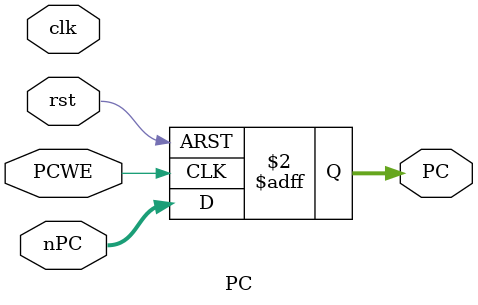
<source format=v>
module PC (PCWE,rst,clk,nPC,PC);//(rst,clk,PCWrite,nPC,PC);
    input 		  PCWE;
    input         rst;
    input         clk;
    //input         PCWrite;
    input [31:0]  nPC;
    output [31:0] PC;
    
    reg [31:0]    PC;
    
    always@(posedge PCWE or posedge rst )begin
       if(rst)
          PC <= 'h00003000;
       else if (PCWE)
          PC <= nPC;
     end  
endmodule
</source>
